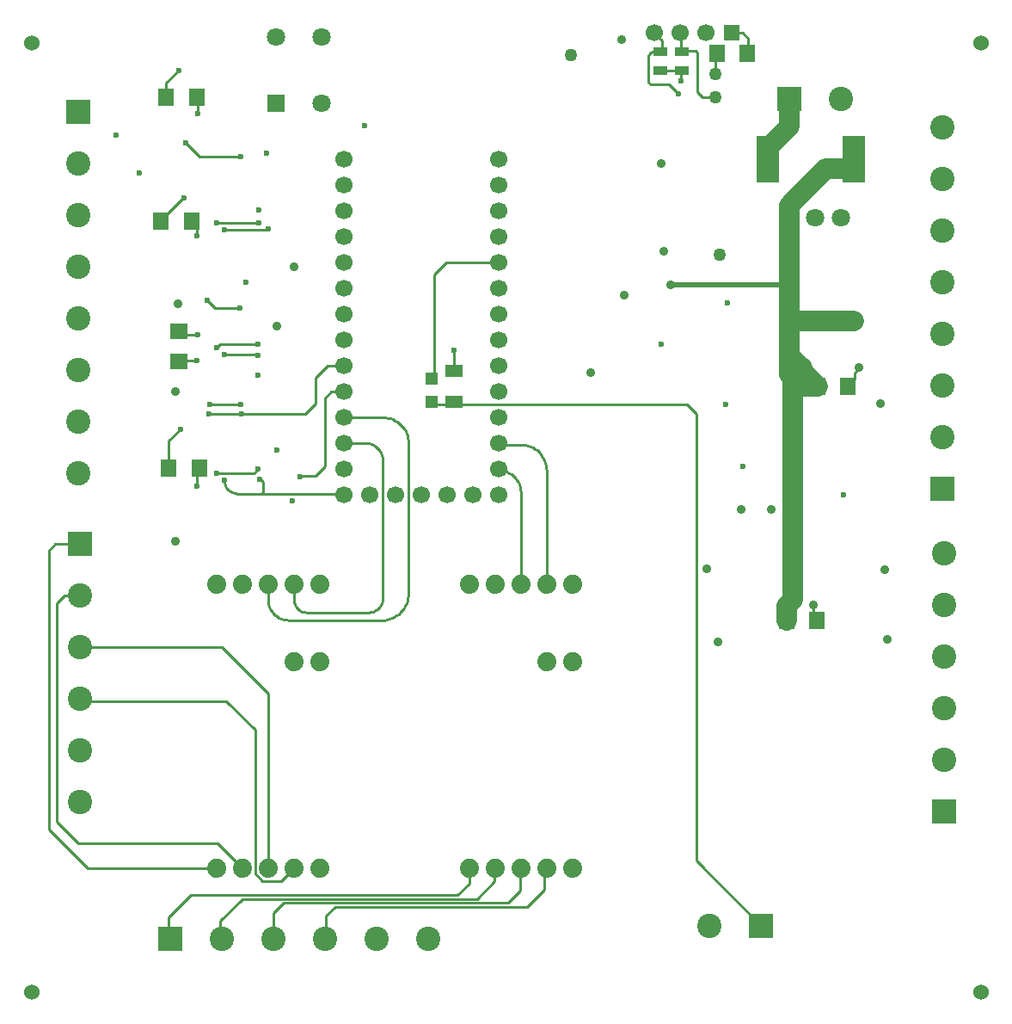
<source format=gbl>
G04*
G04 #@! TF.GenerationSoftware,Altium Limited,Altium Designer,20.1.14 (287)*
G04*
G04 Layer_Physical_Order=4*
G04 Layer_Color=16711680*
%FSLAX25Y25*%
%MOIN*%
G70*
G04*
G04 #@! TF.SameCoordinates,DD365B87-7E12-4FF9-9A4B-DDFBE1D7E52F*
G04*
G04*
G04 #@! TF.FilePolarity,Positive*
G04*
G01*
G75*
%ADD19C,0.01000*%
%ADD44C,0.07087*%
%ADD57C,0.02000*%
%ADD62R,0.06260X0.07165*%
%ADD70R,0.07165X0.06260*%
%ADD82C,0.06693*%
%ADD83R,0.06378X0.06378*%
%ADD84R,0.09449X0.09449*%
%ADD85C,0.09449*%
%ADD86R,0.09449X0.09449*%
%ADD87C,0.07400*%
%ADD88R,0.07087X0.07087*%
%ADD89R,0.07087X0.07087*%
%ADD90C,0.06000*%
%ADD91C,0.02362*%
%ADD92C,0.03543*%
%ADD93C,0.05000*%
%ADD112R,0.06811X0.05000*%
%ADD113R,0.05433X0.03819*%
%ADD114R,0.09055X0.18110*%
%ADD115R,0.04528X0.04528*%
%ADD116R,0.06811X0.04842*%
%ADD117C,0.07874*%
D19*
X251842Y365500D02*
X252135Y364793D01*
X252842Y364500D01*
X101342Y206000D02*
X102050Y206293D01*
X102342Y207000D01*
X102635Y206293D01*
X103342Y206000D01*
X84524Y262681D02*
X84342Y262500D01*
X99661Y311000D02*
X99843Y311181D01*
X104342Y165000D02*
X104401Y164036D01*
X104575Y163085D01*
X104862Y162163D01*
X105259Y161282D01*
X105759Y160456D01*
X106354Y159695D01*
X107037Y159012D01*
X107798Y158416D01*
X108625Y157916D01*
X109506Y157520D01*
X110428Y157232D01*
X111378Y157058D01*
X112343Y157000D01*
X148343D02*
X149372Y157051D01*
X150391Y157202D01*
X151391Y157452D01*
X152361Y157799D01*
X153292Y158240D01*
X154176Y158770D01*
X155004Y159383D01*
X155767Y160075D01*
X156459Y160839D01*
X157073Y161667D01*
X157603Y162550D01*
X158043Y163482D01*
X158390Y164452D01*
X158641Y165452D01*
X158792Y166471D01*
X158843Y167500D01*
Y225500D02*
X158794Y226480D01*
X158650Y227451D01*
X158412Y228402D01*
X158081Y229326D01*
X157662Y230213D01*
X157158Y231055D01*
X156573Y231843D01*
X155914Y232570D01*
X155187Y233229D01*
X154399Y233814D01*
X153557Y234318D01*
X152670Y234737D01*
X151746Y235068D01*
X150795Y235306D01*
X149824Y235450D01*
X148844Y235498D01*
X114342Y165000D02*
X114439Y164024D01*
X114723Y163087D01*
X115185Y162222D01*
X115807Y161465D01*
X116565Y160843D01*
X117429Y160381D01*
X118367Y160096D01*
X119343Y160000D01*
X143342D02*
X144298Y160084D01*
X145224Y160332D01*
X146092Y160737D01*
X146878Y161287D01*
X147556Y161965D01*
X148106Y162750D01*
X148511Y163619D01*
X148759Y164545D01*
X148843Y165500D01*
Y219000D02*
X148763Y220017D01*
X148524Y221008D01*
X148134Y221950D01*
X147601Y222820D01*
X146939Y223595D01*
X146164Y224257D01*
X145294Y224790D01*
X144352Y225181D01*
X143361Y225418D01*
X142344Y225499D01*
X202343Y206502D02*
X202280Y207526D01*
X202096Y208536D01*
X201790Y209516D01*
X201369Y210452D01*
X200838Y211330D01*
X200205Y212138D01*
X199479Y212864D01*
X198671Y213497D01*
X197793Y214028D01*
X196857Y214449D01*
X195877Y214755D01*
X194867Y214939D01*
X193842Y215002D01*
X212343D02*
X212294Y215982D01*
X212150Y216952D01*
X211912Y217904D01*
X211581Y218828D01*
X211162Y219715D01*
X210657Y220557D01*
X210073Y221345D01*
X209414Y222073D01*
X208686Y222732D01*
X207898Y223316D01*
X207056Y223821D01*
X206169Y224240D01*
X205245Y224571D01*
X204293Y224809D01*
X203323Y224953D01*
X202343Y225002D01*
X212343Y215002D02*
X212294Y215982D01*
X212150Y216952D01*
X211912Y217904D01*
X211581Y218828D01*
X211162Y219715D01*
X210657Y220557D01*
X210073Y221345D01*
X209414Y222073D01*
X208686Y222732D01*
X207898Y223316D01*
X207056Y223821D01*
X206169Y224240D01*
X205245Y224571D01*
X204293Y224809D01*
X203323Y224953D01*
X202343Y225002D01*
Y206502D02*
X202280Y207526D01*
X202096Y208536D01*
X201790Y209516D01*
X201369Y210452D01*
X200838Y211330D01*
X200205Y212138D01*
X199479Y212864D01*
X198671Y213497D01*
X197793Y214028D01*
X196857Y214449D01*
X195877Y214755D01*
X194867Y214939D01*
X193842Y215002D01*
X148843Y219000D02*
X148763Y220017D01*
X148524Y221008D01*
X148134Y221950D01*
X147601Y222820D01*
X146939Y223595D01*
X146164Y224257D01*
X145294Y224790D01*
X144352Y225181D01*
X143361Y225418D01*
X142344Y225499D01*
X143342Y160000D02*
X144298Y160084D01*
X145224Y160332D01*
X146092Y160737D01*
X146878Y161287D01*
X147556Y161965D01*
X148106Y162750D01*
X148511Y163619D01*
X148759Y164545D01*
X148843Y165500D01*
X114342Y165000D02*
X114439Y164024D01*
X114723Y163087D01*
X115185Y162222D01*
X115807Y161465D01*
X116565Y160843D01*
X117429Y160381D01*
X118367Y160096D01*
X119343Y160000D01*
X158843Y225500D02*
X158794Y226480D01*
X158650Y227451D01*
X158412Y228402D01*
X158081Y229326D01*
X157662Y230213D01*
X157158Y231055D01*
X156573Y231843D01*
X155914Y232570D01*
X155187Y233229D01*
X154399Y233814D01*
X153557Y234318D01*
X152670Y234737D01*
X151746Y235068D01*
X150795Y235306D01*
X149824Y235450D01*
X148844Y235498D01*
X148343Y157000D02*
X149372Y157051D01*
X150391Y157202D01*
X151391Y157452D01*
X152361Y157799D01*
X153292Y158240D01*
X154176Y158770D01*
X155004Y159383D01*
X155767Y160075D01*
X156459Y160839D01*
X157073Y161667D01*
X157603Y162550D01*
X158043Y163482D01*
X158390Y164452D01*
X158641Y165452D01*
X158792Y166471D01*
X158843Y167500D01*
X104342Y165000D02*
X104401Y164036D01*
X104575Y163085D01*
X104862Y162163D01*
X105259Y161282D01*
X105759Y160456D01*
X106354Y159695D01*
X107037Y159012D01*
X107798Y158416D01*
X108625Y157916D01*
X109506Y157520D01*
X110428Y157232D01*
X111378Y157058D01*
X112343Y157000D01*
X102342Y210395D02*
X101886Y211225D01*
X102342Y210395D02*
Y210395D01*
X87343Y211319D02*
X87445Y210281D01*
X87747Y209283D01*
X88239Y208364D01*
X88900Y207558D01*
X89706Y206896D01*
X90626Y206405D01*
X91624Y206102D01*
X92661Y206000D01*
X99661Y311000D02*
X99843Y311181D01*
X98680Y214000D02*
X99387Y214293D01*
X99680Y215000D01*
X84524Y262681D02*
X84342Y262500D01*
X253496Y377161D02*
X252669Y376940D01*
X252064Y376335D01*
X251842Y375508D01*
X270843Y362500D02*
X270989Y361573D01*
X271415Y360737D01*
X272079Y360073D01*
X272916Y359647D01*
X273843Y359500D01*
X264500Y377665D02*
X264843Y377323D01*
X264000Y384500D02*
X264500Y384000D01*
Y377500D02*
X270257D01*
X264500Y377665D02*
Y384000D01*
X256343Y377161D02*
X257000Y377819D01*
X253842Y384632D02*
Y386500D01*
Y384632D02*
X257000Y381474D01*
Y377819D02*
Y381474D01*
X103342Y206000D02*
X133341D01*
X101342D02*
X103342D01*
X92661D02*
X101342D01*
X103342D02*
X103842D01*
X102342Y207000D02*
Y210395D01*
X133341Y206000D02*
X133843Y205499D01*
X101488Y211622D02*
X101886Y211225D01*
X329193Y247500D02*
X331823Y250130D01*
Y252792D01*
X333343Y254312D01*
Y255000D01*
X315843Y158350D02*
X317193Y157000D01*
X315843Y158350D02*
Y163000D01*
X270342Y63758D02*
Y237000D01*
Y63758D02*
X295568Y38533D01*
X168753Y240500D02*
X192779D01*
X273843Y359500D02*
X277842D01*
X270843Y362500D02*
Y376914D01*
X251842Y365500D02*
Y375508D01*
X252842Y364500D02*
X259842D01*
X85843Y33500D02*
Y40500D01*
X65842Y33500D02*
Y42000D01*
X277842Y376000D02*
X278842Y377000D01*
X84524Y262681D02*
X85843Y264000D01*
X84342Y311000D02*
X99661D01*
X112343Y157000D02*
X148343D01*
X104342Y165000D02*
Y171000D01*
X158843Y167500D02*
Y225500D01*
X133843Y235499D02*
X148844D01*
X119343Y160000D02*
X143342D01*
X114342Y165000D02*
Y171000D01*
X148843Y165500D02*
Y219000D01*
X133843Y225499D02*
X142344D01*
X202343Y171000D02*
Y206501D01*
X193842Y225001D02*
X202343D01*
X212343Y171000D02*
Y215001D01*
X81343Y237000D02*
X94342D01*
X266894Y240449D02*
X270342Y237000D01*
X87343Y308319D02*
X104162D01*
X104342Y308500D01*
X100024Y311000D02*
X100842D01*
X99843Y311181D02*
X100024Y311000D01*
X85843Y264000D02*
X100343D01*
X117342Y213000D02*
X122843D01*
X116842Y212500D02*
X117342Y213000D01*
X100180Y215500D02*
X100343D01*
X101274Y211622D02*
X101488D01*
X99680Y215000D02*
X100180Y215500D01*
X122843Y213000D02*
X126342Y216500D01*
X87343Y260000D02*
X99843D01*
X100343Y259500D01*
X277842Y368500D02*
Y376000D01*
X76693Y359500D02*
X77262Y358931D01*
Y353260D02*
Y358931D01*
X74693Y311500D02*
X76842Y309350D01*
Y306000D02*
Y309350D01*
X253496Y377161D02*
X256343D01*
X270257Y377500D02*
X270843Y376914D01*
X264342Y366000D02*
Y369500D01*
X256343Y369839D02*
X264681D01*
X71539Y320500D02*
X71842D01*
X62992Y311500D02*
Y311953D01*
X71539Y320500D01*
X64992Y365150D02*
X69842Y370000D01*
X64992Y359500D02*
Y365150D01*
X284842Y384500D02*
X288342D01*
X284343Y385000D02*
X284842Y384500D01*
X288342D02*
X290543Y382299D01*
Y377000D02*
Y382299D01*
X259842Y364500D02*
X263342Y361000D01*
X80843Y281000D02*
X83842Y278000D01*
X93343D01*
X65992Y216000D02*
Y226650D01*
X70342Y231000D01*
X76842Y215150D02*
X77693Y216000D01*
X76842Y209000D02*
Y215150D01*
X69842Y257150D02*
X70193Y257500D01*
X76842D01*
X176342Y253602D02*
Y261500D01*
X167842Y250662D02*
X168842Y251662D01*
Y291000D01*
X173343Y295500D02*
X193842D01*
X168842Y291000D02*
X173343Y295500D01*
X192831Y240449D02*
X266894D01*
X167842Y241411D02*
X168753Y240500D01*
X192779D02*
X192831Y240449D01*
X126342Y33500D02*
X126842Y34000D01*
Y42500D01*
X130342Y46000D02*
X204842D01*
X126842Y42500D02*
X130342Y46000D01*
X106342Y43500D02*
X110343Y47500D01*
X106342Y33500D02*
Y43500D01*
X110343Y47500D02*
X197343D01*
X74343Y50500D02*
X177842D01*
X65842Y42000D02*
X74343Y50500D01*
X94342Y49000D02*
X185343D01*
X85843Y40500D02*
X94342Y49000D01*
X177842Y50500D02*
X182343Y55000D01*
X204842Y46000D02*
X206842Y48000D01*
X197343Y47500D02*
X202143Y52300D01*
X185343Y49000D02*
X192142Y55800D01*
X72342Y342000D02*
X77842Y336500D01*
X93843D01*
X84342Y214000D02*
X98680D01*
X69842Y268850D02*
X71024Y267669D01*
X77173D01*
X22343Y79000D02*
Y163500D01*
X25343Y166500D02*
X31343D01*
X22343Y163500D02*
X25343Y166500D01*
X19342Y76000D02*
Y184000D01*
X21843Y186500D02*
X31343D01*
X19342Y184000D02*
X21843Y186500D01*
X32128Y125715D02*
X88128D01*
X99330Y58959D02*
Y114513D01*
X88128Y125715D02*
X99330Y114513D01*
X31343Y146500D02*
X86343D01*
X104342Y128500D01*
Y61000D02*
Y128500D01*
X30730Y70612D02*
X84730D01*
X94342Y61000D01*
X22343Y79000D02*
X30730Y70612D01*
X19342Y76000D02*
X34343Y61000D01*
X31343Y126500D02*
X32128Y125715D01*
X34343Y61000D02*
X84342D01*
X109355Y56013D02*
X114342Y61000D01*
X102277Y56013D02*
X109355D01*
X99330Y58959D02*
X102277Y56013D01*
X127341Y255499D02*
X133843D01*
X122843Y251000D02*
X127341Y255499D01*
X122843Y241000D02*
Y251000D01*
X94174Y236986D02*
X118829D01*
X122843Y241000D01*
X126342Y216500D02*
Y243000D01*
X128841Y245499D01*
X133843D01*
X81842Y240500D02*
X93843D01*
X182343Y55000D02*
Y61000D01*
X202143Y52300D02*
Y60800D01*
X211416Y52573D02*
Y60073D01*
X206842Y48000D02*
X211416Y52573D01*
Y60073D02*
X212343Y61000D01*
X202143Y60800D02*
X202343Y61000D01*
X192142Y60800D02*
X192342Y61000D01*
X192142Y55800D02*
Y60800D01*
D44*
X316342Y313000D02*
D03*
X326343D02*
D03*
X125201Y382795D02*
D03*
X107484D02*
D03*
X125201Y357205D02*
D03*
D57*
X260343Y287000D02*
X306343D01*
D62*
X317492Y247500D02*
D03*
X329193D02*
D03*
X305492Y157000D02*
D03*
X317193D02*
D03*
X290193Y376500D02*
D03*
X64992Y359500D02*
D03*
X62992Y311500D02*
D03*
X65992Y216000D02*
D03*
X76693Y359500D02*
D03*
X74693Y311500D02*
D03*
X77693Y216000D02*
D03*
X278492Y376500D02*
D03*
D70*
X69842Y268850D02*
D03*
Y257150D02*
D03*
D82*
X264000Y384500D02*
D03*
X254000D02*
D03*
X274000D02*
D03*
X133843Y225499D02*
D03*
X173843Y205500D02*
D03*
X183843D02*
D03*
X193842D02*
D03*
Y225500D02*
D03*
Y215500D02*
D03*
Y235500D02*
D03*
Y245500D02*
D03*
Y255500D02*
D03*
Y265500D02*
D03*
Y275500D02*
D03*
Y285500D02*
D03*
Y295500D02*
D03*
Y305500D02*
D03*
X133843Y305499D02*
D03*
Y245499D02*
D03*
Y205499D02*
D03*
Y215499D02*
D03*
Y265499D02*
D03*
Y255499D02*
D03*
Y295499D02*
D03*
Y285499D02*
D03*
Y325499D02*
D03*
X143842Y205500D02*
D03*
X133843Y235499D02*
D03*
Y275499D02*
D03*
Y315499D02*
D03*
X153842Y205500D02*
D03*
X193842Y315500D02*
D03*
Y335500D02*
D03*
X163842Y205500D02*
D03*
X193842Y325500D02*
D03*
X133843Y335499D02*
D03*
D83*
X284000Y384500D02*
D03*
D84*
X30843Y354000D02*
D03*
X366342Y83000D02*
D03*
X31343Y186500D02*
D03*
X365843Y208000D02*
D03*
D85*
X30843Y334000D02*
D03*
Y314000D02*
D03*
Y294000D02*
D03*
Y274000D02*
D03*
Y254000D02*
D03*
Y234000D02*
D03*
Y214000D02*
D03*
X275568Y38533D02*
D03*
X365843Y348000D02*
D03*
X326343Y359000D02*
D03*
X365843Y308000D02*
D03*
Y268000D02*
D03*
Y228000D02*
D03*
X366342Y163000D02*
D03*
Y103000D02*
D03*
Y123000D02*
D03*
X166342Y33500D02*
D03*
X146343D02*
D03*
X31343Y86500D02*
D03*
Y106500D02*
D03*
Y166500D02*
D03*
Y146500D02*
D03*
Y126500D02*
D03*
X365843Y288000D02*
D03*
Y328000D02*
D03*
Y248000D02*
D03*
X86343Y33500D02*
D03*
X106342D02*
D03*
X126342D02*
D03*
X366342Y183000D02*
D03*
Y143000D02*
D03*
D86*
X295568Y38533D02*
D03*
X66343Y33500D02*
D03*
X306343Y359000D02*
D03*
D87*
X222342Y171000D02*
D03*
X124343Y61000D02*
D03*
Y171000D02*
D03*
X222342Y61000D02*
D03*
X192342Y171000D02*
D03*
X94342D02*
D03*
X182343D02*
D03*
X84342D02*
D03*
X222342Y141000D02*
D03*
X212343D02*
D03*
X182343Y61000D02*
D03*
X192342D02*
D03*
X202343D02*
D03*
X212343D02*
D03*
X202343Y171000D02*
D03*
X212343D02*
D03*
X124343Y141000D02*
D03*
X114342D02*
D03*
X84342Y61000D02*
D03*
X94342D02*
D03*
X104342D02*
D03*
X114342D02*
D03*
X104342Y171000D02*
D03*
X114342D02*
D03*
D88*
X107484Y357205D02*
D03*
D89*
X306343Y313000D02*
D03*
D90*
X380709Y380500D02*
D03*
Y13000D02*
D03*
X12843D02*
D03*
Y380500D02*
D03*
D91*
X45342Y345000D02*
D03*
X113662Y203319D02*
D03*
X281842Y240500D02*
D03*
X95842Y288000D02*
D03*
X103842Y338000D02*
D03*
X100842Y316000D02*
D03*
X104342Y308500D02*
D03*
X100842Y311000D02*
D03*
X100343Y264000D02*
D03*
X107843Y223000D02*
D03*
X116842Y212500D02*
D03*
X100343Y215500D02*
D03*
X101274Y211622D02*
D03*
X100343Y259500D02*
D03*
Y252000D02*
D03*
X54444Y330199D02*
D03*
X264342Y366000D02*
D03*
X71842Y320500D02*
D03*
X69842Y370000D02*
D03*
X288342Y216500D02*
D03*
X282343Y280000D02*
D03*
X263342Y361000D02*
D03*
X256842Y264000D02*
D03*
X80843Y281000D02*
D03*
X93343Y278000D02*
D03*
X70342Y231000D02*
D03*
X76842Y209000D02*
D03*
Y257500D02*
D03*
Y306000D02*
D03*
X77262Y353260D02*
D03*
X176342Y261500D02*
D03*
X141842Y348500D02*
D03*
X72342Y342000D02*
D03*
X87343Y260000D02*
D03*
X77173Y267669D02*
D03*
X327343Y205500D02*
D03*
X331343Y273000D02*
D03*
X306842Y163500D02*
D03*
X311343Y255000D02*
D03*
X94174Y236986D02*
D03*
X81343Y237000D02*
D03*
X84342Y214000D02*
D03*
X87343Y211319D02*
D03*
X81842Y240500D02*
D03*
X93843D02*
D03*
Y336500D02*
D03*
X87343Y308319D02*
D03*
X84342Y311000D02*
D03*
Y262500D02*
D03*
D92*
X260343Y287000D02*
D03*
X241342Y382000D02*
D03*
X114342Y294000D02*
D03*
X257699Y300018D02*
D03*
X287842Y200000D02*
D03*
X274342Y177000D02*
D03*
X242342Y283000D02*
D03*
X107843Y271000D02*
D03*
X256842Y334000D02*
D03*
X69342Y279500D02*
D03*
X68343Y187500D02*
D03*
X278842Y148500D02*
D03*
X229343Y253000D02*
D03*
X68343Y245500D02*
D03*
X333343Y255000D02*
D03*
X341843Y241000D02*
D03*
X344342Y149500D02*
D03*
X315843Y163000D02*
D03*
X343342Y176500D02*
D03*
X299417Y199925D02*
D03*
D93*
X277842Y368500D02*
D03*
X279343Y298500D02*
D03*
X277842Y359500D02*
D03*
X221843Y376000D02*
D03*
D112*
X176342Y253602D02*
D03*
D113*
X264843Y370000D02*
D03*
X256343Y369839D02*
D03*
X264843Y377323D02*
D03*
X256343Y377161D02*
D03*
D114*
X331378Y335500D02*
D03*
X298307D02*
D03*
D115*
X167842Y250662D02*
D03*
Y241411D02*
D03*
D116*
X176342Y241398D02*
D03*
D117*
X306343Y252325D02*
Y259612D01*
X310955Y255000D01*
X306343Y273000D02*
Y287000D01*
Y313000D01*
X311343Y253650D02*
X317492Y247500D01*
X311343Y253650D02*
Y255000D01*
X308842Y247500D02*
X317492D01*
X307842Y246500D02*
X308842Y247500D01*
X309928Y255000D02*
X310955D01*
X307842Y250825D02*
Y252915D01*
Y246500D02*
Y250825D01*
X306343Y252325D02*
X307842Y250825D01*
Y252915D02*
X309928Y255000D01*
X310955D02*
X311343D01*
X306343Y259612D02*
Y273000D01*
X307842Y165000D02*
Y246500D01*
X305492Y162650D02*
X307842Y165000D01*
X305492Y157000D02*
Y162650D01*
X298307Y340028D02*
X306343Y348063D01*
Y359000D01*
X298307Y335500D02*
Y340028D01*
X306343Y313000D02*
Y317500D01*
X320591Y331749D01*
X330787D01*
Y334882D01*
X331343Y335437D01*
X306343Y273000D02*
X331343D01*
M02*

</source>
